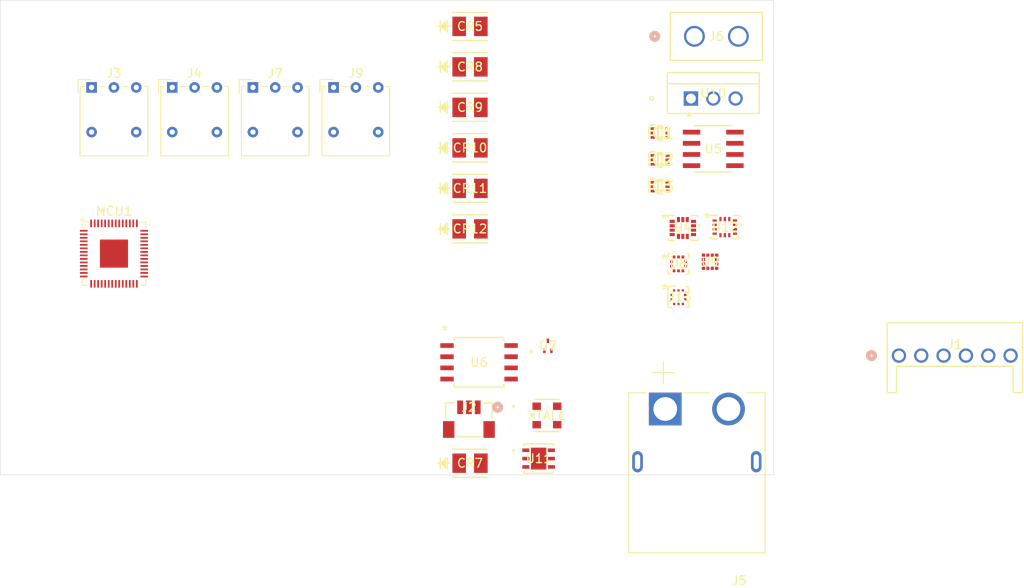
<source format=kicad_pcb>
(kicad_pcb (version 20240108) (generator "pcbnew") (generator_version "8.0")
  (layers (0 "F.Cu" signal) (1 "In1.Cu" signal) (2 "In2.Cu" signal) (31 "B.Cu" signal) (34 "B.Paste" user) (35 "F.Paste" user) (36 "B.SilkS" user "B.Silkscreen") (37 "F.SilkS" user "F.Silkscreen") (38 "B.Mask" user) (39 "F.Mask" user) (44 "Edge.Cuts" user))
  (net 0 "")
  (net 1 "Net-(J3-Pin_1)")
  (net 2 "Net-(J4-Pin_1)")
  (net 3 "Net-(J7-Pin_1)")
  (net 4 "Net-(J9-Pin_1)")
  (net 5 "/SPI0_SCK")
  (net 6 "/IMU1 RDY1")
  (net 7 "/RP2040 Standard/MCU QSPI_SD2")
  (net 8 "/RS_RX")
  (net 9 "/SPI0_MISO")
  (net 10 "/SPI0_MOSI")
  (net 11 "/Comms UART RX")
  (net 12 "+3.3V")
  (net 13 "CRYSTAL")
  (net 14 "/IMU2 RDY")
  (net 15 "/Comms UART TX")
  (net 16 "GND")
  (net 17 "/BAR1 SPI0_~{CS}")
  (net 18 "/Comms UART CTS")
  (net 19 "/BAR1_RDY")
  (net 20 "Net-(MCU1-SWCLK)")
  (net 21 "/RP2040 Standard/MCU QSPI_SD0")
  (net 22 "/SPI1_SCK")
  (net 23 "/RP2040 Standard/GP20{slash}PWM2 A{slash}CLKIN 0")
  (net 24 "/SPI1_MOSI")
  (net 25 "/RP2040 Standard/MCU QSPI_SS")
  (net 26 "/RP2040 Standard/MCU QSPI_SD1")
  (net 27 "Net-(MCU1-VREG_VOUT)")
  (net 29 "/RP2040 Standard/MCU QSPI_SCLK")
  (net 30 "/RS_ENABLE")
  (net 31 "/RS_TX")
  (net 32 "/IMU1 SPI0_~{CS}")
  (net 33 "/RP2040 Standard/GP22{slash}PWM3 A{slash}CLKIN 1")
  (net 34 "/MAG SPI1_~{CS}")
  (net 35 "/IMU2 SPI1_~{CS}")
  (net 36 "/RP2040 Standard/MCU QSPI_SD3")
  (net 37 "Net-(MCU1-RUN)")
  (net 38 "Net-(MCU1-GPIO25)")
  (net 39 "/BAR2 RDY")
  (net 40 "/IMU1 RDY2")
  (net 41 "/BAR2 SPI1_~{CS}")
  (net 42 "Net-(MCU1-USB_DM)")
  (net 43 "Net-(MCU1-USB_DP)")
  (net 44 "/E-Match Activation")
  (net 45 "/RP2040 Standard/GP28_ADC2")
  (net 46 "/RP2040 Standard/GPIO24")
  (net 47 "/SPI1_MISO")
  (net 48 "/RP2040 Standard/GP27_ADC1")
  (net 49 "/Comms UART RTS")
  (net 50 "Net-(MCU1-SWD)")
  (net 51 "/+5V")
  (net 52 "Net-(CR5-Pad1)")
  (net 53 "Net-(CR7-Pad2)")
  (net 54 "Net-(CR8-Pad1)")
  (net 55 "Net-(CR9-Pad1)")
  (net 56 "Net-(CR10-Pad1)")
  (net 57 "Net-(CR11-Pad1)")
  (net 58 "Net-(CR12-Pad1)")
  (net 59 "Net-(IC1-E1)")
  (net 60 "Net-(IC1-E2)")
  (net 61 "Net-(IC2-E2)")
  (net 62 "Net-(IC2-E1)")
  (net 63 "Net-(IC3-E2)")
  (net 64 "Net-(IC3-E1)")
  (net 65 "Net-(J2-Pad1)")
  (net 66 "Net-(J2-Pad3)")
  (net 67 "/BMS_VIN")
  (net 68 "Net-(J6-Pad1)")
  (net 72 "/RP2040 Standard/USB_DM")
  (net 73 "/RP2040 Standard/USB_DP")
  (net 75 "Net-(U9-C1)")
  (net 85 "Net-(XTAL1-TRI-STATE(STBY))")
  (footprint "ESD7L5-Diode:SOT-723_0P85X1P25_ONS" (layer "F.Cu") (at 142.797799 71.817999)
    (property "Reference" "U7" (at 0 0 0) (layer "F.SilkS"))
    (property "Value" "ESD7L5.0DT5G")
    (pad "1" smd rect (at -0.399999 0.5715) (size 0.2794 0.508) (layers "F.Cu" "F.Paste" "F.Mask") (net 72 "/RP2040 Standard/USB_DM"))
    (pad "2" smd rect (at 0.399999 0.5715) (size 0.2794 0.508) (layers "F.Cu" "F.Paste" "F.Mask") (net 73 "/RP2040 Standard/USB_DP"))
    (pad "3" smd rect (at 0 -0.5715) (size 0.2794 0.508) (layers "F.Cu" "F.Paste" "F.Mask") (net 16 "GND"))
  )
  (footprint "LED-Green_VLMC3100-GS08:LED_PLCC_VSMB" (layer "F.Cu") (at 133.940699 85.165699)
    (property "Reference" "CR7" (at 0 0 0) (layer "F.SilkS"))
    (property "Value" "VLMC3100-GS08")
    (pad "1" smd rect (at -1.2319 0 90) (size 2.2098 1.5494) (layers "F.Cu" "F.Paste" "F.Mask") (net 16 "GND"))
    (pad "2" smd rect (at 1.2319 0 90) (size 2.2098 1.5494) (layers "F.Cu" "F.Paste" "F.Mask") (net 53 "Net-(CR7-Pad2)"))
  )
  (footprint "MAG LIS2MDLTR:LGA-12_2X2X1_STM" (layer "F.Cu") (at 161.249999 62.249999)
    (property "Reference" "U9" (at 0 0 0) (layer "F.SilkS"))
    (property "Value" "LIS2MDLTR")
    (pad "1" smd rect (at -0.750001 -0.750001) (size 0.376682 0.351536) (layers "F.Cu" "F.Paste" "F.Mask") (net 22 "/SPI1_SCK"))
    (pad "2" smd rect (at -0.750001 -0.25) (size 0.376682 0.351536) (layers "F.Cu" "F.Paste" "F.Mask"))
    (pad "3" smd rect (at -0.750001 0.25) (size 0.376682 0.351536) (layers "F.Cu" "F.Paste" "F.Mask") (net 34 "/MAG SPI1_~{CS}"))
    (pad "4" smd rect (at -0.750001 0.750001) (size 0.376682 0.351536) (layers "F.Cu" "F.Paste" "F.Mask") (net 24 "/SPI1_MOSI"))
    (pad "5" smd rect (at -0.25 0.750001 90) (size 0.376682 0.351536) (layers "F.Cu" "F.Paste" "F.Mask") (net 75 "Net-(U9-C1)"))
    (pad "6" smd rect (at 0.25 0.750001 90) (size 0.376682 0.351536) (layers "F.Cu" "F.Paste" "F.Mask") (net 16 "GND"))
    (pad "7" smd rect (at 0.750001 0.750001) (size 0.376682 0.351536) (layers "F.Cu" "F.Paste" "F.Mask") (net 47 "/SPI1_MISO"))
    (pad "8" smd rect (at 0.750001 0.25) (size 0.376682 0.351536) (layers "F.Cu" "F.Paste" "F.Mask") (net 16 "GND"))
    (pad "9" smd rect (at 0.750001 -0.25) (size 0.376682 0.351536) (layers "F.Cu" "F.Paste" "F.Mask") (net 12 "+3.3V"))
    (pad "10" smd rect (at 0.750001 -0.750001) (size 0.376682 0.351536) (layers "F.Cu" "F.Paste" "F.Mask") (net 12 "+3.3V"))
    (pad "11" smd rect (at 0.25 -0.750001 90) (size 0.376682 0.351536) (layers "F.Cu" "F.Paste" "F.Mask"))
    (pad "12" smd rect (at -0.25 -0.750001 90) (size 0.376682 0.351536) (layers "F.Cu" "F.Paste" "F.Mask"))
  )
  (footprint "2 PNP:SOTFL50P160X60-6N" (layer "F.Cu") (at 155.572299 50.657299)
    (property "Reference" "IC2" (at 0 0 0) (layer "F.SilkS") (effects (font (size 1.27 1.27) (thickness 0.254))))
    (property "Value" "NSVT30010MXV6T1G" (hide yes))
    (pad "1" smd rect (at -0.838 -0.5 90) (size 0.3 0.475) (layers "F.Cu" "F.Paste" "F.Mask") (net 61 "Net-(IC2-E2)"))
    (pad "2" smd rect (at -0.838 0 90) (size 0.3 0.475) (layers "F.Cu" "F.Paste" "F.Mask") (net 32 "/IMU1 SPI0_~{CS}"))
    (pad "3" smd rect (at -0.838 0.5 90) (size 0.3 0.475) (layers "F.Cu" "F.Paste" "F.Mask") (net 16 "GND"))
    (pad "4" smd rect (at 0.838 0.5 90) (size 0.3 0.475) (layers "F.Cu" "F.Paste" "F.Mask") (net 62 "Net-(IC2-E1)"))
    (pad "5" smd rect (at 0.838 0 90) (size 0.3 0.475) (layers "F.Cu" "F.Paste" "F.Mask") (net 30 "/RS_ENABLE"))
    (pad "6" smd rect (at 0.838 -0.5 90) (size 0.3 0.475) (layers "F.Cu" "F.Paste" "F.Mask") (net 16 "GND"))
  )
  (footprint "Button_Switch_THT:SW_Lever_1P2T_NKK_GW12LxH" (layer "F.Cu") (at 90.895 42.42)
    (property "Reference" "J3" (at 2.54 -1.6 0) (layer "F.SilkS"))
    (property "Value" "Conn_01x01_Socket")
    (pad "" thru_hole circle (at 0 5.08) (size 1.2 1.2) (drill 0.6) (layers "*.Cu" "*.Mask"))
    (pad "" thru_hole circle (at 5.08 5.08) (size 1.2 1.2) (drill 0.6) (layers "*.Cu" "*.Mask"))
    (pad "1" thru_hole rect (at 0 0) (size 1.2 1.2) (drill 0.6) (layers "*.Cu" "*.Mask") (net 1 "Net-(J3-Pin_1)"))
    (pad "2" thru_hole circle (at 2.54 0) (size 1.2 1.2) (drill 0.6) (layers "*.Cu" "*.Mask"))
    (pad "3" thru_hole circle (at 5.08 0) (size 1.2 1.2) (drill 0.6) (layers "*.Cu" "*.Mask"))
  )
  (footprint "Conn XT60PW-M:AMASS_XT60PW-M" (layer "F.Cu") (at 159.75 85 180)
    (property "Reference" "J5" (at -4.8236 -13.51498 360) (layer "F.SilkS") (effects (font (size 1.000441 1.000441))))
    (property "Value" "XT60PW-M")
    (pad "1" thru_hole rect (at 3.6 6 180) (size 3.716 3.716) (drill 2.7) (layers "*.Cu" "*.Mask") (net 67 "/BMS_VIN"))
    (pad "2" thru_hole circle (at -3.6 6 180) (size 3.716 3.716) (drill 2.7) (layers "*.Cu" "*.Mask") (net 16 "GND"))
    (pad "S1" thru_hole oval (at 6.75 0 180) (size 1.2 2.4) (drill oval 0.6 1.7) (layers "*.Cu" "*.Mask"))
    (pad "S2" thru_hole oval (at -6.75 0 180) (size 1.2 2.4) (drill oval 0.6 1.7) (layers "*.Cu" "*.Mask"))
  )
  (footprint "NMOS IRLZ44:PG-TO220-3_INF" (layer "F.Cu") (at 159.072099 43.681899)
    (property "Reference" "U10" (at 2.54 -0.6223 0) (layer "F.SilkS"))
    (property "Value" "IRLZ44NPBF")
    (pad "1" thru_hole rect (at 0 0) (size 1.6256 1.6256) (drill 1.1176) (layers "*.Cu" "*.Mask") (net 44 "/E-Match Activation"))
    (pad "2" thru_hole circle (at 2.54 0) (size 1.6256 1.6256) (drill 1.1176) (layers "*.Cu" "*.Mask") (net 68 "Net-(J6-Pad1)"))
    (pad "3" thru_hole circle (at 5.08 0) (size 1.6256 1.6256) (drill 1.1176) (layers "*.Cu" "*.Mask") (net 16 "GND"))
  )
  (footprint "AS12MHz:ASE-3.2X2.5_ABR" (layer "F.Cu") (at 142.691899 79.734299)
    (property "Reference" "XTAL1" (at 0 0 0) (layer "F.SilkS"))
    (property "Value" "ASE-12.000MHZ-LC-T")
    (pad "1" smd rect (at -1.1684 -1.05) (size 0.9652 0.8382) (layers "F.Cu" "F.Paste" "F.Mask") (net 85 "Net-(XTAL1-TRI-STATE(STBY))"))
    (pad "2" smd rect (at -1.1684 1.05) (size 0.9652 0.8382) (layers "F.Cu" "F.Paste" "F.Mask") (net 16 "GND"))
    (pad "3" smd rect (at 1.1684 1.05) (size 0.9652 0.8382) (layers "F.Cu" "F.Paste" "F.Mask") (net 13 "CRYSTAL"))
    (pad "4" smd rect (at 1.1684 -1.05) (size 0.9652 0.8382) (layers "F.Cu" "F.Paste" "F.Mask") (net 12 "+3.3V"))
  )
  (footprint "LED-Green_VLMC3100-GS08:LED_PLCC_VSMB" (layer "F.Cu") (at 133.940699 58.509699)
    (property "Reference" "CR12" (at 0 0 0) (layer "F.SilkS"))
    (property "Value" "VLMC3100-GS08")
    (pad "1" smd rect (at -1.2319 0 90) (size 2.2098 1.5494) (layers "F.Cu" "F.Paste" "F.Mask") (net 58 "Net-(CR12-Pad1)"))
    (pad "2" smd rect (at 1.2319 0 90) (size 2.2098 1.5494) (layers "F.Cu" "F.Paste" "F.Mask") (net 51 "/+5V"))
  )
  (footprint "2 PNP:SOTFL50P160X60-6N" (layer "F.Cu") (at 155.572299 47.607299)
    (property "Reference" "IC1" (at 0 0 0) (layer "F.SilkS") (effects (font (size 1.27 1.27) (thickness 0.254))))
    (property "Value" "NSVT30010MXV6T1G" (hide yes))
    (pad "1" smd rect (at -0.838 -0.5 90) (size 0.3 0.475) (layers "F.Cu" "F.Paste" "F.Mask") (net 60 "Net-(IC1-E2)"))
    (pad "2" smd rect (at -0.838 0 90) (size 0.3 0.475) (layers "F.Cu" "F.Paste" "F.Mask") (net 35 "/IMU2 SPI1_~{CS}"))
    (pad "3" smd rect (at -0.838 0.5 90) (size 0.3 0.475) (layers "F.Cu" "F.Paste" "F.Mask") (net 16 "GND"))
    (pad "4" smd rect (at 0.838 0.5 90) (size 0.3 0.475) (layers "F.Cu" "F.Paste" "F.Mask") (net 59 "Net-(IC1-E1)"))
    (pad "5" smd rect (at 0.838 0 90) (size 0.3 0.475) (layers "F.Cu" "F.Paste" "F.Mask") (net 17 "/BAR1 SPI0_~{CS}"))
    (pad "6" smd rect (at 0.838 -0.5 90) (size 0.3 0.475) (layers "F.Cu" "F.Paste" "F.Mask") (net 16 "GND"))
  )
  (footprint "NOR Flash:SOIC_208MIL_WIN" (layer "F.Cu") (at 134.969399 73.684899)
    (property "Reference" "U6" (at 0 0 0) (layer "F.SilkS"))
    (property "Value" "W25Q128JVSIQ TR")
    (fp_text user "*" (at -3.8989 -3.5814 0) (layer "F.SilkS"))
    (fp_text user "*" (at -3.8989 -3.5814 0) (layer "F.SilkS"))
    (pad "1" smd rect (at -3.6449 -1.905) (size 1.524 0.5334) (layers "F.Cu" "F.Paste" "F.Mask") (net 25 "/RP2040 Standard/MCU QSPI_SS"))
    (pad "2" smd rect (at -3.6449 -0.635) (size 1.524 0.5334) (layers "F.Cu" "F.Paste" "F.Mask") (net 26 "/RP2040 Standard/MCU QSPI_SD1"))
    (pad "3" smd rect (at -3.6449 0.635) (size 1.524 0.5334) (layers "F.Cu" "F.Paste" "F.Mask") (net 7 "/RP2040 Standard/MCU QSPI_SD2"))
    (pad "4" smd rect (at -3.6449 1.905) (size 1.524 0.5334) (layers "F.Cu" "F.Paste" "F.Mask") (net 16 "GND"))
    (pad "5" smd rect (at 3.6449 1.905) (size 1.524 0.5334) (layers "F.Cu" "F.Paste" "F.Mask") (net 21 "/RP2040 Standard/MCU QSPI_SD0"))
    (pad "6" smd rect (at 3.6449 0.635) (size 1.524 0.5334) (layers "F.Cu" "F.Paste" "F.Mask") (net 29 "/RP2040 Standard/MCU QSPI_SCLK"))
    (pad "7" smd rect (at 3.6449 -0.635) (size 1.524 0.5334) (layers "F.Cu" "F.Paste" "F.Mask") (net 36 "/RP2040 Standard/MCU QSPI_SD3"))
    (pad "8" smd rect (at 3.6449 -1.905) (size 1.524 0.5334) (layers "F.Cu" "F.Paste" "F.Mask") (net 12 "+3.3V"))
  )
  (footprint "LDO ST1L05A:DFN_5APU33R_STM" (layer "F.Cu") (at 141.745099 84.641899)
    (property "Reference" "U11" (at 0 0 0) (layer "F.SilkS"))
    (property "Value" "ST1L05APU33R")
    (pad "1" smd rect (at -1.4478 -0.950001) (size 0.8128 0.4064) (layers "F.Cu" "F.Paste" "F.Mask"))
    (pad "2" smd rect (at -1.4478 0) (size 0.8128 0.4064) (layers "F.Cu" "F.Paste" "F.Mask") (net 12 "+3.3V"))
    (pad "3" smd rect (at -1.4478 0.950001) (size 0.8128 0.4064) (layers "F.Cu" "F.Paste" "F.Mask") (net 67 "/BMS_VIN"))
    (pad "4" smd rect (at 1.4478 0.950001) (size 0.8128 0.4064) (layers "F.Cu" "F.Paste" "F.Mask"))
    (pad "5" smd rect (at 1.4478 0) (size 0.8128 0.4064) (layers "F.Cu" "F.Paste" "F.Mask"))
    (pad "6" smd rect (at 1.4478 -0.950001) (size 0.8128 0.4064) (layers "F.Cu" "F.Paste" "F.Mask") (net 16 "GND"))
    (pad "7" smd rect (at 0 0) (size 1.7526 2.4892) (layers "F.Cu" "F.Paste" "F.Mask") (net 16 "GND"))
  )
  (footprint "CONN Female Header:CONN_SA-4455_06_TE_MOL" (layer "F.Cu") (at 182.7342 72.925201)
    (property "Reference" "J1" (at 6.35 -1.2605 0) (layer "F.SilkS"))
    (property "Value" "22022065")
    (pad "1" thru_hole circle (at 0 0) (size 1.6256 1.6256) (drill 1.1176) (layers "*.Cu" "*.Mask") (net 16 "GND"))
    (pad "2" thru_hole circle (at 2.54 0) (size 1.6256 1.6256) (drill 1.1176) (layers "*.Cu" "*.Mask") (net 49 "/Comms UART RTS"))
    (pad "3" thru_hole circle (at 5.08 0) (size 1.6256 1.6256) (drill 1.1176) (layers "*.Cu" "*.Mask") (net 18 "/Comms UART CTS"))
    (pad "4" thru_hole circle (at 7.62 0) (size 1.6256 1.6256) (drill 1.1176) (layers "*.Cu" "*.Mask") (net 11 "/Comms UART RX"))
    (pad "5" thru_hole circle (at 10.16 0) (size 1.6256 1.6256) (drill 1.1176) (layers "*.Cu" "*.Mask") (net 15 "/Comms UART TX"))
    (pad "6" thru_hole circle (at 12.7 0) (size 1.6256 1.6256) (drill 1.1176) (layers "*.Cu" "*.Mask") (net 51 "/+5V"))
  )
  (footprint "LED-Green_VLMC3100-GS08:LED_PLCC_VSMB" (layer "F.Cu") (at 133.940699 44.689299)
    (property "Reference" "CR9" (at 0 0 0) (layer "F.SilkS"))
    (property "Value" "VLMC3100-GS08")
    (pad "1" smd rect (at -1.2319 0 90) (size 2.2098 1.5494) (layers "F.Cu" "F.Paste" "F.Mask") (net 55 "Net-(CR9-Pad1)"))
    (pad "2" smd rect (at 1.2319 0 90) (size 2.2098 1.5494) (layers "F.Cu" "F.Paste" "F.Mask") (net 51 "/+5V"))
  )
  (footprint "2 PNP:SOTFL50P160X60-6N" (layer "F.Cu") (at 155.572299 53.707299)
    (property "Reference" "IC3" (at 0 0 0) (layer "F.SilkS") (effects (font (size 1.27 1.27) (thickness 0.254))))
    (property "Value" "NSVT30010MXV6T1G" (hide yes))
    (pad "1" smd rect (at -0.838 -0.5 90) (size 0.3 0.475) (layers "F.Cu" "F.Paste" "F.Mask") (net 63 "Net-(IC3-E2)"))
    (pad "2" smd rect (at -0.838 0 90) (size 0.3 0.475) (layers "F.Cu" "F.Paste" "F.Mask") (net 34 "/MAG SPI1_~{CS}"))
    (pad "3" smd rect (at -0.838 0.5 90) (size 0.3 0.475) (layers "F.Cu" "F.Paste" "F.Mask") (net 16 "GND"))
    (pad "4" smd rect (at 0.838 0.5 90) (size 0.3 0.475) (layers "F.Cu" "F.Paste" "F.Mask") (net 64 "Net-(IC3-E1)"))
    (pad "5" smd rect (at 0.838 0 90) (size 0.3 0.475) (layers "F.Cu" "F.Paste" "F.Mask") (net 41 "/BAR2 SPI1_~{CS}"))
    (pad "6" smd rect (at 0.838 -0.5 90) (size 0.3 0.475) (layers "F.Cu" "F.Paste" "F.Mask") (net 16 "GND"))
  )
  (footprint "Package_DFN_QFN:QFN-56-1EP_7x7mm_P0.4mm_EP3.2x3.2mm" (layer "F.Cu") (at 93.44 61.325)
    (property "Reference" "MCU1" (at 0 -4.83 0) (layer "F.SilkS"))
    (property "Value" "RP2040")
    (pad "1" smd roundrect (at -3.4375 -2.6) (size 0.875 0.2) (layers "F.Cu" "F.Paste" "F.Mask") (net 12 "+3.3V"))
    (pad "2" smd roundrect (at -3.4375 -2.2) (size 0.875 0.2) (layers "F.Cu" "F.Paste" "F.Mask") (net 15 "/Comms UART TX"))
    (pad "3" smd roundrect (at -3.4375 -1.8) (size 0.875 0.2) (layers "F.Cu" "F.Paste" "F.Mask") (net 11 "/Comms UART RX"))
    (pad "4" smd roundrect (at -3.4375 -1.4) (size 0.875 0.2) (layers "F.Cu" "F.Paste" "F.Mask") (net 18 "/Comms UART CTS"))
    (pad "5" smd roundrect (at -3.4375 -1) (size 0.875 0.2) (layers "F.Cu" "F.Paste" "F.Mask") (net 49 "/Comms UART RTS"))
    (pad "6" smd roundrect (at -3.4375 -0.6) (size 0.875 0.2) (layers "F.Cu" "F.Paste" "F.Mask") (net 31 "/RS_TX"))
    (pad "7" smd roundrect (at -3.4375 -0.2) (size 0.875 0.2) (layers "F.Cu" "F.Paste" "F.Mask") (net 8 "/RS_RX"))
    (pad "8" smd roundrect (at -3.4375 0.2) (size 0.875 0.2) (layers "F.Cu" "F.Paste" "F.Mask") (net 39 "/BAR2 RDY"))
    (pad "9" smd roundrect (at -3.4375 0.6) (size 0.875 0.2) (layers "F.Cu" "F.Paste" "F.Mask") (net 30 "/RS_ENABLE"))
    (pad "10" smd roundrect (at -3.4375 1) (size 0.875 0.2) (layers "F.Cu" "F.Paste" "F.Mask") (net 12 "+3.3V"))
    (pad "11" smd roundrect (at -3.4375 1.4) (size 0.875 0.2) (layers "F.Cu" "F.Paste" "F.Mask") (net 47 "/SPI1_MISO"))
    (pad "12" smd roundrect (at -3.4375 1.8) (size 0.875 0.2) (layers "F.Cu" "F.Paste" "F.Mask") (net 41 "/BAR2 SPI1_~{CS}"))
    (pad "13" smd roundrect (at -3.4375 2.2) (size 0.875 0.2) (layers "F.Cu" "F.Paste" "F.Mask") (net 22 "/SPI1_SCK"))
    (pad "14" smd roundrect (at -3.4375 2.6) (size 0.875 0.2) (layers "F.Cu" "F.Paste" "F.Mask") (net 24 "/SPI1_MOSI"))
    (pad "15" smd roundrect (at -2.6 3.4375) (size 0.2 0.875) (layers "F.Cu" "F.Paste" "F.Mask") (net 19 "/BAR1_RDY"))
    (pad "16" smd roundrect (at -2.2 3.4375) (size 0.2 0.875) (layers "F.Cu" "F.Paste" "F.Mask") (net 34 "/MAG SPI1_~{CS}"))
    (pad "17" smd roundrect (at -1.8 3.4375) (size 0.2 0.875) (layers "F.Cu" "F.Paste" "F.Mask") (net 40 "/IMU1 RDY2"))
    (pad "18" smd roundrect (at -1.4 3.4375) (size 0.2 0.875) (layers "F.Cu" "F.Paste" "F.Mask") (net 6 "/IMU1 RDY1"))
    (pad "19" smd roundrect (at -1 3.4375) (size 0.2 0.875) (layers "F.Cu" "F.Paste" "F.Mask") (net 16 "GND"))
    (pad "20" smd roundrect (at -0.6 3.4375) (size 0.2 0.875) (layers "F.Cu" "F.Paste" "F.Mask") (net 13 "CRYSTAL"))
    (pad "21" smd roundrect (at -0.2 3.4375) (size 0.2 0.875) (layers "F.Cu" "F.Paste" "F.Mask"))
    (pad "22" smd roundrect (at 0.2 3.4375) (size 0.2 0.875) (layers "F.Cu" "F.Paste" "F.Mask") (net 12 "+3.3V"))
    (pad "23" smd roundrect (at 0.6 3.4375) (size 0.2 0.875) (layers "F.Cu" "F.Paste" "F.Mask") (net 27 "Net-(MCU1-VREG_VOUT)"))
    (pad "24" smd roundrect (at 1 3.4375) (size 0.2 0.875) (layers "F.Cu" "F.Paste" "F.Mask") (net 20 "Net-(MCU1-SWCLK)"))
    (pad "25" smd roundrect (at 1.4 3.4375) (size 0.2 0.875) (layers "F.Cu" "F.Paste" "F.Mask") (net 50 "Net-(MCU1-SWD)"))
    (pad "26" smd roundrect (at 1.8 3.4375) (size 0.2 0.875) (layers "F.Cu" "F.Paste" "F.Mask") (net 37 "Net-(MCU1-RUN)"))
    (pad "27" smd roundrect (at 2.2 3.4375) (size 0.2 0.875) (layers "F.Cu" "F.Paste" "F.Mask") (net 9 "/SPI0_MISO"))
    (pad "28" smd roundrect (at 2.6 3.4375) (size 0.2 0.875) (layers "F.Cu" "F.Paste" "F.Mask") (net 32 "/IMU1 SPI0_~{CS}"))
    (pad "29" smd roundrect (at 3.4375 2.6) (size 0.875 0.2) (layers "F.Cu" "F.Paste" "F.Mask") (net 5 "/SPI0_SCK"))
    (pad "30" smd roundrect (at 3.4375 2.2) (size 0.875 0.2) (layers "F.Cu" "F.Paste" "F.Mask") (net 10 "/SPI0_MOSI"))
    (pad "31" smd roundrect (at 3.4375 1.8) (size 0.875 0.2) (layers "F.Cu" "F.Paste" "F.Mask") (net 23 "/RP2040 Standard/GP20{slash}PWM2 A{slash}CLKIN 0"))
    (pad "32" smd roundrect (at 3.4375 1.4) (size 0.875 0.2) (layers "F.Cu" "F.Paste" "F.Mask") (net 17 "/BAR1 SPI0_~{CS}"))
    (pad "33" smd roundrect (at 3.4375 1) (size 0.875 0.2) (layers "F.Cu" "F.Paste" "F.Mask") (net 12 "+3.3V"))
    (pad "34" smd roundrect (at 3.4375 0.6) (size 0.875 0.2) (layers "F.Cu" "F.Paste" "F.Mask") (net 33 "/RP2040 Standard/GP22{slash}PWM3 A{slash}CLKIN 1"))
    (pad "35" smd roundrect (at 3.4375 0.2) (size 0.875 0.2) (layers "F.Cu" "F.Paste" "F.Mask") (net 44 "/E-Match Activation"))
    (pad "36" smd roundrect (at 3.4375 -0.2) (size 0.875 0.2) (layers "F.Cu" "F.Paste" "F.Mask") (net 46 "/RP2040 Standard/GPIO24"))
    (pad "37" smd roundrect (at 3.4375 -0.6) (size 0.875 0.2) (layers "F.Cu" "F.Paste" "F.Mask") (net 38 "Net-(MCU1-GPIO25)"))
    (pad "38" smd roundrect (at 3.4375 -1) (size 0.875 0.2) (layers "F.Cu" "F.Paste" "F.Mask") (net 14 "/IMU2 RDY"))
    (pad "39" smd roundrect (at 3.4375 -1.4) (size 0.875 0.2) (layers "F.Cu" "F.Paste" "F.Mask") (net 48 "/RP2040 Standard/GP27_ADC1"))
    (pad "40" smd roundrect (at 3.4375 -1.8) (size 0.875 0.2) (layers "F.Cu" "F.Paste" "F.Mask") (net 45 "/RP2040 Standard/GP28_ADC2"))
    (pad "41" smd roundrect (at 3.4375 -2.2) (size 0.875 0.2) (layers "F.Cu" "F.Paste" "F.Mask") (net 35 "/IMU2 SPI1_~{CS}"))
    (pad "42" smd roundrect (at 3.4375 -2.6) (size 0.875 0.2) (layers "F.Cu" "F.Paste" "F.Mask") (net 12 "+3.3V"))
    (pad "43" smd roundrect (at 2.6 -3.4375) (size 0.2 0.875) (layers "F.Cu" "F.Paste" "F.Mask") (net 12 "+3.3V"))
    (pad "44" smd roundrect (at 2.2 -3.4375) (size 0.2 0.875) (layers "F.Cu" "F.Paste" "F.Mask") (net 12 "+3.3V"))
    (pad "45" smd roundrect (at 1.8 -3.4375) (size 0.2 0.875) (layers "F.Cu" "F.Paste" "F.Mask") (net 27 "Net-(MCU1-VREG_VOUT)"))
    (pad "46" smd roundrect (at 1.4 -3.4375) (size 0.2 0.875) (layers "F.Cu" "F.Paste" "F.Mask") (net 42 "Net-(MCU1-USB_DM)"))
    (pad "47" smd roundrect (at 1 -3.4375) (size 0.2 0.875) (layers "F.Cu" "F.Paste" "F.Mask") (net 43 "Net-(MCU1-USB_DP)"))
    (pad "48" smd roundrect (at 0.6 -3.4375) (size 0.2 0.875) (layers "F.Cu" "F.Paste" "F.Mask") (net 12 "+3.3V"))
    (pad "49" smd roundrect (at 0.2 -3.4375) (size 0.2 0.875) (layers "F.Cu" "F.Paste" "F.Mask") (net 12 "+3.3V"))
    (pad "50" smd roundrect (at -0.2 -3.4375) (size 0.2 0.875) (layers "F.Cu" "F.Paste" "F.Mask") (net 27 "Net-(MCU1-VREG_VOUT)"))
    (pad "51" smd roundrect (at -0.6 -3.4375) (size 0.2 0.875) (layers "F.Cu" "F.Paste" "F.Mask") (net 36 "/RP2040 Standard/MCU QSPI_SD3"))
    (pad "52" smd roundrect (at -1 -3.4375) (size 0.2 0.875) (layers "F.Cu" "F.Paste" "F.Mask") (net 29 "/RP2040 Standard/MCU QSPI_SCLK"))
    (pad "53" smd roundrect (at -1.4 -3.4375) (size 0.2 0.875) (layers "F.Cu" "F.Paste" "F.Mask") (net 21 "/RP2040 Standard/MCU QSPI_SD0"))
    (pad "54" smd roundrect (at -1.8 -3.4375) (size 0.2 0.875) (layers "F.Cu" "F.Paste" "F.Mask") (net 7 "/RP2040 Standard/MCU QSPI_SD2"))
    (pad "55" smd roundrect (at -2.2 -3.4375) (size 0.2 0.875) (layers "F.Cu" "F.Paste" "F.Mask") (net 26 "/RP2040 Standard/MCU QSPI_SD1"))
    (pad "56" smd roundrect (at -2.6 -3.4375) (size 0.2 0.875) (layers "F.Cu" "F.Paste" "F.Mask") (net 25 "/RP2040 Standard/MCU QSPI_SS"))
    (pad "57" smd rect (at 0 0) (size 3.2 3.2) (property pad_prop_heatsink) (layers "F.Cu" "F.Mask") (net 16 "GND"))
  )
  (footprint "LED-Green_VLMC3100-GS08:LED_PLCC_VSMB" (layer "F.Cu") (at 133.940699 35.475699)
    (property "Reference" "CR5" (at 0 0 0) (layer "F.SilkS"))
    (property "Value" "VLMC3100-GS08")
    (pad "1" smd rect (at -1.2319 0 90) (size 2.2098 1.5494) (layers "F.Cu" "F.Paste" "F.Mask") (net 52 "Net-(CR5-Pad1)"))
    (pad "2" smd rect (at 1.2319 0 90) (size 2.2098 1.5494) (layers "F.Cu" "F.Paste" "F.Mask") (net 51 "/+5V"))
  )
  (footprint "LED-Green_VLMC3100-GS08:LED_PLCC_VSMB" (layer "F.Cu") (at 133.940699 53.902899)
    (property "Reference" "CR11" (at 0 0 0) (layer "F.SilkS"))
    (property "Value" "VLMC3100-GS08")
    (pad "1" smd rect (at -1.2319 0 90) (size 2.2098 1.5494) (layers "F.Cu" "F.Paste" "F.Mask") (net 57 "Net-(CR11-Pad1)"))
    (pad "2" smd rect (at 1.2319 0 90) (size 2.2098 1.5494) (layers "F.Cu" "F.Paste" "F.Mask") (net 51 "/+5V"))
  )
  (footprint "IMU BMI323:BMI323_BOS" (layer "F.Cu") (at 162.931099 58.306299)
    (property "Reference" "U12" (at 0 0 0) (layer "F.SilkS"))
    (property "Value" "BMI323")
    (fp_text user "*" (at -2.032 -1 0) (layer "F.SilkS"))
    (fp_text user "*" (at -2.032 -1 0) (layer "F.SilkS"))
    (pad "1" smd rect (at -1.1557 -0.750001 90) (size 0.254 0.4826) (layers "F.Cu" "F.Paste" "F.Mask") (net 9 "/SPI0_MISO"))
    (pad "2" smd rect (at -1.1557 -0.25 90) (size 0.254 0.4826) (layers "F.Cu" "F.Paste" "F.Mask"))
    (pad "3" smd rect (at -1.1557 0.25 90) (size 0.254 0.4826) (layers "F.Cu" "F.Paste" "F.Mask"))
    (pad "4" smd rect (at -1.1557 0.750001 90) (size 0.254 0.4826) (layers "F.Cu" "F.Paste" "F.Mask") (net 6 "/IMU1 RDY1"))
    (pad "5" smd rect (at -0.499999 0.9144) (size 0.254 0.4826) (layers "F.Cu" "F.Paste" "F.Mask") (net 12 "+3.3V"))
    (pad "6" smd rect (at 0 0.9144) (size 0.254 0.4826) (layers "F.Cu" "F.Paste" "F.Mask") (net 16 "GND"))
    (pad "7" smd rect (at 0.499999 0.9144) (size 0.254 0.4826) (layers "F.Cu" "F.Paste" "F.Mask") (net 16 "GND"))
    (pad "8" smd rect (at 1.1557 0.750001 90) (size 0.254 0.4826) (layers "F.Cu" "F.Paste" "F.Mask") (net 12 "+3.3V"))
    (pad "9" smd rect (at 1.1557 0.25 90) (size 0.254 0.4826) (layers "F.Cu" "F.Paste" "F.Mask") (net 40 "/IMU1 RDY2"))
    (pad "10" smd rect (at 1.1557 -0.25 90) (size 0.254 0.4826) (layers "F.Cu" "F.Paste" "F.Mask"))
    (pad "11" smd rect (at 1.1557 -0.750001 90) (size 0.254 0.4826) (layers "F.Cu" "F.Paste" "F.Mask"))
    (pad "12" smd rect (at 0.499999 -0.9144) (size 0.254 0.4826) (layers "F.Cu" "F.Paste" "F.Mask") (net 32 "/IMU1 SPI0_~{CS}"))
    (pad "13" smd rect (at 0 -0.9144) (size 0.254 0.4826) (layers "F.Cu" "F.Paste" "F.Mask") (net 5 "/SPI0_SCK"))
    (pad "14" smd rect (at -0.499999 -0.9144) (size 0.254 0.4826) (layers "F.Cu" "F.Paste" "F.Mask") (net 10 "/SPI0_MOSI"))
  )
  (footprint "IMU ASM330LHHTR:LGA-14L_2P5X3X0P83_STM" (layer "F.Cu") (at 158.151899 58.407899)
    (property "Reference" "U4" (at 0 0 0) (layer "F.SilkS"))
    (property "Value" "ASM330LHHTR")
    (fp_text user "*" (at -2.0828 -1 0) (layer "F.SilkS"))
    (fp_text user "*" (at -2.0828 -1 0) (layer "F.SilkS"))
    (pad "1" smd rect (at -1.2103 -0.750001 90) (size 0.351536 0.57658) (layers "F.Cu" "F.Paste" "F.Mask") (net 47 "/SPI1_MISO"))
    (pad "2" smd rect (at -1.2103 -0.25 90) (size 0.351536 0.57658) (layers "F.Cu" "F.Paste" "F.Mask") (net 12 "+3.3V"))
    (pad "3" smd rect (at -1.2103 0.25 90) (size 0.351536 0.57658) (layers "F.Cu" "F.Paste" "F.Mask") (net 12 "+3.3V"))
    (pad "4" smd rect (at -1.2103 0.750001 90) (size 0.351536 0.57658) (layers "F.Cu" "F.Paste" "F.Mask"))
    (pad "5" smd rect (at -0.499999 0.9563) (size 0.351536 0.57658) (layers "F.Cu" "F.Paste" "F.Mask") (net 12 "+3.3V"))
    (pad "6" smd rect (at 0 0.9563) (size 0.351536 0.57658) (layers "F.Cu" "F.Paste" "F.Mask") (net 16 "GND"))
    (pad "7" smd rect (at 0.499999 0.9563) (size 0.351536 0.57658) (layers "F.Cu" "F.Paste" "F.Mask") (net 16 "GND"))
    (pad "8" smd rect (at 1.2103 0.750001 90) (size 0.351536 0.57658) (layers "F.Cu" "F.Paste" "F.Mask") (net 12 "+3.3V"))
    (pad "9" smd rect (at 1.2103 0.25 90) (size 0.351536 0.57658) (layers "F.Cu" "F.Paste" "F.Mask") (net 14 "/IMU2 RDY"))
    (pad "10" smd rect (at 1.2103 -0.25 90) (size 0.351536 0.57658) (layers "F.Cu" "F.Paste" "F.Mask"))
    (pad "11" smd rect (at 1.2103 -0.750001 90) (size 0.351536 0.57658) (layers "F.Cu" "F.Paste" "F.Mask"))
    (pad "12" smd rect (at 0.499999 -0.9563) (size 0.351536 0.57658) (layers "F.Cu" "F.Paste" "F.Mask") (net 35 "/IMU2 SPI1_~{CS}"))
    (pad "13" smd rect (at 0 -0.9563) (size 0.351536 0.57658) (layers "F.Cu" "F.Paste" "F.Mask") (net 22 "/SPI1_SCK"))
    (pad "14" smd rect (at -0.499999 -0.9563) (size 0.351536 0.57658) (layers "F.Cu" "F.Paste" "F.Mask") (net 24 "/SPI1_MOSI"))
  )
  (footprint "SWD_Con:CONN_BM03B-SRSS-TBLFSN_JST" (layer "F.Cu") (at 133.814999 80.235599)
    (property "Reference" "J2" (at 0 -1.4284 0) (layer "F.SilkS"))
    (property "Value" "BM03B-SRSS-TBLFSN")
    (pad "1" smd rect (at 1.000001 -1.4284) (size 0.6604 1.5494) (layers "F.Cu" "F.Paste" "F.Mask") (net 65 "Net-(J2-Pad1)"))
    (pad "2" smd rect (at 0 -1.4284) (size 0.6604 1.5494) (layers "F.Cu" "F.Paste" "F.Mask") (net 16 "GND"))
    (pad "3" smd rect (at -1.000001 -1.4284) (size 0.6604 1.5494) (layers "F.Cu" "F.Paste" "F.Mask") (net 66 "Net-(J2-Pad3)"))
    (pad "4" smd rect (at -2.3 1.096599 90) (size 1.905 1.2954) (layers "F.Cu" "F.Paste" "F.Mask"))
    (pad "5" smd rect (at 2.3 1.096599 90) (size 1.905 1.2954) (layers "F.Cu" "F.Paste" "F.Mask"))
  )
  (footprint "BARO LPS22DFTR:QFN_22DFTR_STM" (layer "F.Cu") (at 157.656599 62.492799)
    (property "Reference" "U8" (at 0 0 0) (layer "F.SilkS"))
    (property "Value" "LPS22DFTR")
    (fp_text user "*" (at -1.5875 -0.500126 0) (layer "F.SilkS"))
    (fp_text user "*" (at -1.5875 -0.500126 0) (layer "F.SilkS"))
    (pad "1" smd rect (at -0.7874 -0.250063 90) (size 0.3048 0.3302) (layers "F.Cu" "F.Paste" "F.Mask") (net 12 "+3.3V"))
    (pad "2" smd rect (at -0.7874 0.250063 90) (size 0.3048 0.3302) (layers "F.Cu" "F.Paste" "F.Mask") (net 5 "/SPI0_SCK"))
    (pad "3" smd rect (at -0.500126 0.7874) (size 0.3048 0.3302) (layers "F.Cu" "F.Paste" "F.Mask") (net 16 "GND"))
    (pad "4" smd rect (at 0 0.7874) (size 0.3048 0.3302) (layers "F.Cu" "F.Paste" "F.Mask") (net 10 "/SPI0_MOSI"))
    (pad "5" smd rect (at 0.500126 0.7874) (size 0.3048 0.3302) (layers "F.Cu" "F.Paste" "F.Mask") (net 9 "/SPI0_MISO"))
    (pad "6" smd rect (at 0.7874 0.250063 90) (size 0.3048 0.3302) (layers "F.Cu" "F.Paste" "F.Mask") (net 17 "/BAR1 SPI0_~{CS}"))
    (pad "7" smd rect (at 0.7874 -0.250063 90) (size 0.3048 0.3302) (layers "F.Cu" "F.Paste" "F.Mask") (net 19 "/BAR1_RDY"))
    (pad "8" smd rect (at 0.500126 -0.7874) (size 0.3048 0.3302) (layers "F.Cu" "F.Paste" "F.Mask") (net 16 "GND"))
    (pad "9" smd rect (at 0 -0.7874) (size 0.3048 0.3302) (layers "F.Cu" "F.Paste" "F.Mask") (net 16 "GND"))
    (pad "10" smd rect (at -0.500126 -0.7874) (size 0.3048 0.3302) (layers "F.Cu" "F.Paste" "F.Mask") (net 12 "+3.3V"))
  )
  (footprint "AMASS_XT30UPB-M:CONN_XT30UPB-M_AMA" (layer "F.Cu") (at 159.467699 36.605999)
    (property "Reference" "J6" (at 2.5 0 0) (layer "F.SilkS"))
    (property "Value" "XT30UPB-M")
    (pad "1" thru_hole circle (at 0 0) (size 2.3622 2.3622) (drill 1.8542) (layers "*.Cu" "*.Mask") (net 68 "Net-(J6-Pad1)"))
    (pad "2" thru_hole circle (at 5 0) (size 2.3622 2.3622) (drill 1.8542) (layers "*.Cu" "*.Mask") (net 3 "Net-(J7-Pin_1)"))
  )
  (footprint "BARO BMP581:QFN10_BMP581_BOS" (layer "F.Cu") (at 157.656599 66.2803)
    (property "Reference" "U13" (at 0 0 0) (layer "F.SilkS"))
    (property "Value" "BMP581")
    (fp_text user "*" (at -1.535 -0.881 0) (layer "F.SilkS"))
    (fp_text user "*" (at -1.535 -0.881 0) (layer "F.SilkS"))
    (pad "1" smd rect (at -0.760301 -0.25 90) (size 0.254 0.2794) (layers "F.Cu" "F.Paste" "F.Mask") (net 12 "+3.3V"))
    (pad "2" smd rect (at -0.760301 0.25 90) (size 0.254 0.2794) (layers "F.Cu" "F.Paste" "F.Mask") (net 22 "/SPI1_SCK"))
    (pad "3" smd rect (at -0.499999 0.773001) (size 0.254 0.254) (layers "F.Cu" "F.Paste" "F.Mask") (net 16 "GND"))
    (pad "4" smd rect (at 0 0.773001) (size 0.254 0.254) (layers "F.Cu" "F.Paste" "F.Mask") (net 24 "/SPI1_MOSI"))
    (pad "5" smd rect (at 0.499999 0.773001) (size 0.254 0.254) (layers "F.Cu" "F.Paste" "F.Mask") (net 47 "/SPI1_MISO"))
    (pad "6" smd rect (at 0.760301 0.25 90) (size 0.254 0.2794) (layers "F.Cu" "F.Paste" "F.Mask") (net 41 "/BAR2 SPI1_~{CS}"))
    (pad "7" smd rect (at 0.760301 -0.25 90) (size 0.254 0.2794) (layers "F.Cu" "F.Paste" "F.Mask") (net 39 "/BAR2 RDY"))
    (pad "8" smd rect (at 0.499999 -0.773001) (size 0.254 0.254) (layers "F.Cu" "F.Paste" "F.Mask") (net 16 "GND"))
    (pad "9" smd rect (at 0 -0.773001) (size 0.254 0.254) (layers "F.Cu" "F.Paste" "F.Mask") (net 16 "GND"))
    (pad "10" smd rect (at -0.499999 -0.773001) (size 0.254 0.254) (layers "F.Cu" "F.Paste" "F.Mask") (net 12 "+3.3V"))
  )
  (footprint "RS Transceiver:21-0041-3-M_90-0096-8L_MXM" (layer "F.Cu") (at 161.608099 49.412499)
    (property "Reference" "U5" (at 0 0 0) (layer "F.SilkS"))
    (property "Value" "MAX485CSA+T")
    (fp_text user "*" (at -2.719 -3.5888 0) (layer "F.SilkS"))
    (fp_text user "*" (at -2.719 -3.5888 0) (layer "F.SilkS"))
    (pad "1" smd rect (at -2.464999 -1.905) (size 1.9812 0.5408) (layers "F.Cu" "F.Paste" "F.Mask") (net 8 "/RS_RX"))
    (pad "2" smd rect (at -2.464999 -0.635) (size 1.9812 0.5408) (layers "F.Cu" "F.Paste" "F.Mask") (net 30 "/RS_ENABLE"))
    (pad "3" smd rect (at -2.464999 0.635) (size 1.9812 0.5408) (layers "F.Cu" "F.Paste" "F.Mask") (net 30 "/RS_ENABLE"))
    (pad "4" smd rect (at -2.464999 1.905) (size 1.9812 0.5408) (layers "F.Cu" "F.Paste" "F.Mask") (net 31 "/RS_TX"))
    (pad "5" smd rect (at 2.464999 1.905) (size 1.9812 0.5408) (layers "F.Cu" "F.Paste" "F.Mask") (net 16 "GND"))
    (pad "6" smd rect (at 2.464999 0.635) (size 1.9812 0.5408) (layers "F.Cu" "F.Paste" "F.Mask") (net 4 "Net-(J9-Pin_1)"))
    (pad "7" smd rect (at 2.464999 -0.635) (size 1.9812 0.5408) (layers "F.Cu" "F.Paste" "F.Mask") (net 2 "Net-(J4-Pin_1)"))
    (pad "8" smd rect (at 2.464999 -1.905) (size 1.9812 0.5408) (layers "F.Cu" "F.Paste" "F.Mask") (net 51 "/+5V"))
  )
  (footprint "LED-Green_VLMC3100-GS08:LED_PLCC_VSMB" (layer "F.Cu") (at 133.940699 40.082499)
    (property "Reference" "CR8" (at 0 0 0) (layer "F.SilkS"))
    (property "Value" "VLMC3100-GS08")
    (pad "1" smd rect (at -1.2319 0 90) (size 2.2098 1.5494) (layers "F.Cu" "F.Paste" "F.Mask") (net 54 "Net-(CR8-Pad1)"))
    (pad "2" smd rect (at 1.2319 0 90) (size 2.2098 1.5494) (layers "F.Cu" "F.Paste" "F.Mask") (net 51 "/+5V"))
  )
  (footprint "LED-Green_VLMC3100-GS08:LED_PLCC_VSMB" (layer "F.Cu") (at 133.940699 49.296099)
    (property "Reference" "CR10" (at 0 0 0) (layer "F.SilkS"))
    (property "Value" "VLMC3100-GS08")
    (pad "1" smd rect (at -1.2319 0 90) (size 2.2098 1.5494) (layers "F.Cu" "F.Paste" "F.Mask") (net 56 "Net-(CR10-Pad1)"))
    (pad "2" smd rect (at 1.2319 0 90) (size 2.2098 1.5494) (layers "F.Cu" "F.Paste" "F.Mask") (net 51 "/+5V"))
  )
  (footprint "Button_Switch_THT:SW_Lever_1P2T_NKK_GW12LxH" (layer "F.Cu") (at 100.07 42.42)
    (property "Reference" "J4" (at 2.54 -1.6 0) (layer "F.SilkS"))
    (property "Value" "Conn_01x01_Socket")
    (pad "" thru_hole circle (at 0 5.08) (size 1.2 1.2) (drill 0.6) (layers "*.Cu" "*.Mask"))
    (pad "" thru_hole circle (at 5.08 5.08) (size 1.2 1.2) (drill 0.6) (layers "*.Cu" "*.Mask"))
    (pad "1" thru_hole rect (at 0 0) (size 1.2 1.2) (drill 0.6) (layers "*.Cu" "*.Mask") (net 2 "Net-(J4-Pin_1)"))
    (pad "2" thru_hole circle (at 2.54 0) (size 1.2 1.2) (drill 0.6) (layers "*.Cu" "*.Mask"))
    (pad "3" thru_hole circle (at 5.08 0) (size 1.2 1.2) (drill 0.6) (layers "*.Cu" "*.Mask"))
  )
  (footprint "Button_Switch_THT:SW_Lever_1P2T_NKK_GW12LxH" (layer "F.Cu") (at 109.245 42.42)
    (property "Reference" "J7" (at 2.54 -1.6 0) (layer "F.SilkS"))
    (property "Value" "Conn_01x01_Socket")
    (pad "" thru_hole circle (at 0 5.08) (size 1.2 1.2) (drill 0.6) (layers "*.Cu" "*.Mask"))
    (pad "" thru_hole circle (at 5.08 5.08) (size 1.2 1.2) (drill 0.6) (layers "*.Cu" "*.Mask"))
    (pad "1" thru_hole rect (at 0 0) (size 1.2 1.2) (drill 0.6) (layers "*.Cu" "*.Mask") (net 3 "Net-(J7-Pin_1)"))
    (pad "2" thru_hole circle (at 2.54 0) (size 1.2 1.2) (drill 0.6) (layers "*.Cu" "*.Mask"))
    (pad "3" thru_hole circle (at 5.08 0) (size 1.2 1.2) (drill 0.6) (layers "*.Cu" "*.Mask"))
  )
  (footprint "Button_Switch_THT:SW_Lever_1P2T_NKK_GW12LxH" (layer "F.Cu") (at 118.42 42.42)
    (property "Reference" "J9" (at 2.54 -1.6 0) (layer "F.SilkS"))
    (property "Value" "Conn_01x01_Socket")
    (pad "" thru_hole circle (at 0 5.08) (size 1.2 1.2) (drill 0.6) (layers "*.Cu" "*.Mask"))
    (pad "" thru_hole circle (at 5.08 5.08) (size 1.2 1.2) (drill 0.6) (layers "*.Cu" "*.Mask"))
    (pad "1" thru_hole rect (at 0 0) (size 1.2 1.2) (drill 0.6) (layers "*.Cu" "*.Mask") (net 4 "Net-(J9-Pin_1)"))
    (pad "2" thru_hole circle (at 2.54 0) (size 1.2 1.2) (drill 0.6) (layers "*.Cu" "*.Mask"))
    (pad "3" thru_hole circle (at 5.08 0) (size 1.2 1.2) (drill 0.6) (layers "*.Cu" "*.Mask"))
  )
  (gr_rect (start 80.5 32.5) (end 168.5 86.5) (stroke (width 0.05)) (fill none) (layer "Edge.Cuts"))
)
</source>
